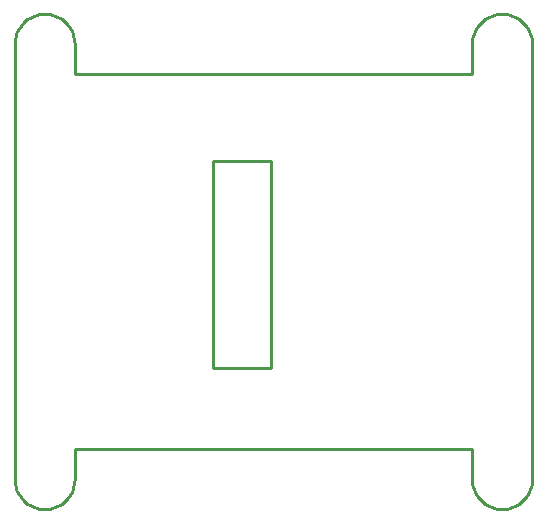
<source format=gbr>
G04 EAGLE Gerber RS-274X export*
G75*
%MOMM*%
%FSLAX34Y34*%
%LPD*%
%IN*%
%IPPOS*%
%AMOC8*
5,1,8,0,0,1.08239X$1,22.5*%
G01*
%ADD10C,0.254000*%


D10*
X-50800Y-25400D02*
X-50703Y-27614D01*
X-50414Y-29811D01*
X-49935Y-31974D01*
X-49268Y-34087D01*
X-48420Y-36135D01*
X-47397Y-38100D01*
X-46206Y-39969D01*
X-44858Y-41727D01*
X-43361Y-43361D01*
X-41727Y-44858D01*
X-39969Y-46206D01*
X-38100Y-47397D01*
X-36135Y-48420D01*
X-34087Y-49268D01*
X-31974Y-49935D01*
X-29811Y-50414D01*
X-27614Y-50703D01*
X-25400Y-50800D01*
X-23186Y-50703D01*
X-20989Y-50414D01*
X-18826Y-49935D01*
X-16713Y-49268D01*
X-14666Y-48420D01*
X-12700Y-47397D01*
X-10831Y-46206D01*
X-9073Y-44858D01*
X-7440Y-43361D01*
X-5942Y-41727D01*
X-4594Y-39969D01*
X-3403Y-38100D01*
X-2380Y-36135D01*
X-1532Y-34087D01*
X-865Y-31974D01*
X-386Y-29811D01*
X-97Y-27614D01*
X0Y-25400D01*
X0Y0D01*
X336550Y0D01*
X336550Y-25400D01*
X336647Y-27614D01*
X336936Y-29811D01*
X337415Y-31974D01*
X338082Y-34087D01*
X338930Y-36135D01*
X339953Y-38100D01*
X341144Y-39969D01*
X342492Y-41727D01*
X343990Y-43361D01*
X345623Y-44858D01*
X347381Y-46206D01*
X349250Y-47397D01*
X351216Y-48420D01*
X353263Y-49268D01*
X355376Y-49935D01*
X357539Y-50414D01*
X359736Y-50703D01*
X361950Y-50800D01*
X364164Y-50703D01*
X366361Y-50414D01*
X368524Y-49935D01*
X370637Y-49268D01*
X372685Y-48420D01*
X374650Y-47397D01*
X376519Y-46206D01*
X378277Y-44858D01*
X379911Y-43361D01*
X381408Y-41727D01*
X382756Y-39969D01*
X383947Y-38100D01*
X384970Y-36135D01*
X385818Y-34087D01*
X386485Y-31974D01*
X386964Y-29811D01*
X387253Y-27614D01*
X387350Y-25400D01*
X387350Y342900D01*
X387253Y345114D01*
X386964Y347311D01*
X386485Y349474D01*
X385818Y351587D01*
X384970Y353635D01*
X383947Y355600D01*
X382756Y357469D01*
X381408Y359227D01*
X379911Y360861D01*
X378277Y362358D01*
X376519Y363706D01*
X374650Y364897D01*
X372685Y365920D01*
X370637Y366768D01*
X368524Y367435D01*
X366361Y367914D01*
X364164Y368203D01*
X361950Y368300D01*
X359736Y368203D01*
X357539Y367914D01*
X355376Y367435D01*
X353263Y366768D01*
X351216Y365920D01*
X349250Y364897D01*
X347381Y363706D01*
X345623Y362358D01*
X343990Y360861D01*
X342492Y359227D01*
X341144Y357469D01*
X339953Y355600D01*
X338930Y353635D01*
X338082Y351587D01*
X337415Y349474D01*
X336936Y347311D01*
X336647Y345114D01*
X336550Y342900D01*
X336550Y317500D01*
X0Y317500D01*
X0Y342900D01*
X-97Y345114D01*
X-386Y347311D01*
X-865Y349474D01*
X-1532Y351587D01*
X-2380Y353635D01*
X-3403Y355600D01*
X-4594Y357469D01*
X-5942Y359227D01*
X-7440Y360861D01*
X-9073Y362358D01*
X-10831Y363706D01*
X-12700Y364897D01*
X-14666Y365920D01*
X-16713Y366768D01*
X-18826Y367435D01*
X-20989Y367914D01*
X-23186Y368203D01*
X-25400Y368300D01*
X-27614Y368203D01*
X-29811Y367914D01*
X-31974Y367435D01*
X-34087Y366768D01*
X-36135Y365920D01*
X-38100Y364897D01*
X-39969Y363706D01*
X-41727Y362358D01*
X-43361Y360861D01*
X-44858Y359227D01*
X-46206Y357469D01*
X-47397Y355600D01*
X-48420Y353635D01*
X-49268Y351587D01*
X-49935Y349474D01*
X-50414Y347311D01*
X-50703Y345114D01*
X-50800Y342900D01*
X-50800Y-25400D01*
X116840Y68580D02*
X166370Y68580D01*
X166370Y243840D01*
X116840Y243840D01*
X116840Y68580D01*
M02*

</source>
